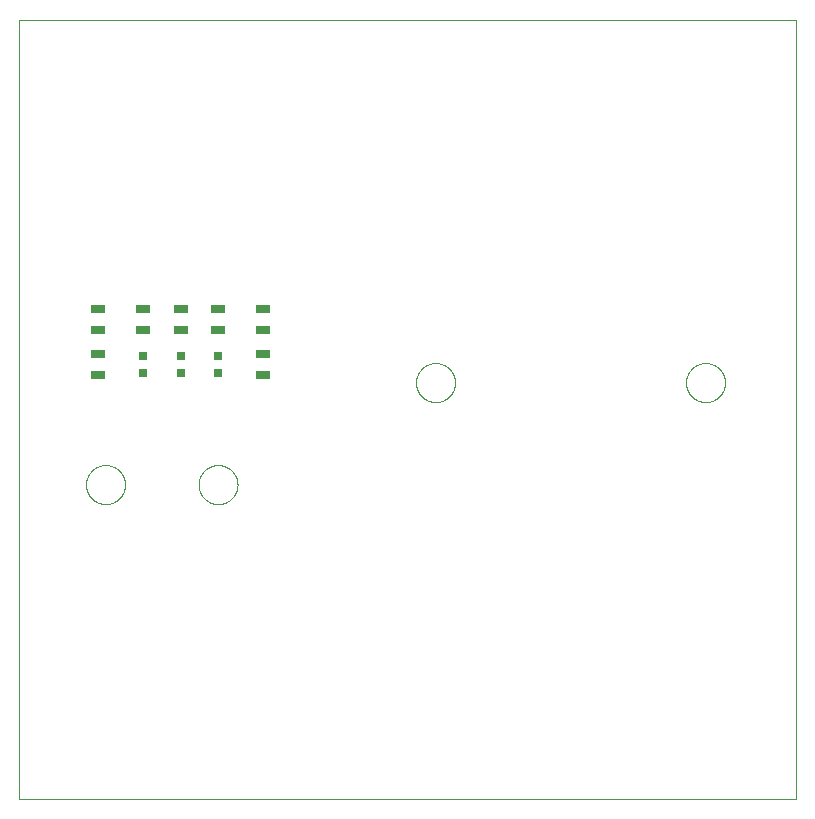
<source format=gtp>
G75*
%MOIN*%
%OFA0B0*%
%FSLAX25Y25*%
%IPPOS*%
%LPD*%
%AMOC8*
5,1,8,0,0,1.08239X$1,22.5*
%
%ADD10C,0.00000*%
%ADD11R,0.03150X0.03150*%
%ADD12R,0.04724X0.03150*%
D10*
X0003099Y0001839D02*
X0261800Y0001839D01*
X0261800Y0261800D01*
X0003099Y0261800D01*
X0003099Y0001839D01*
X0025300Y0106800D02*
X0025302Y0106961D01*
X0025308Y0107121D01*
X0025318Y0107282D01*
X0025332Y0107442D01*
X0025350Y0107602D01*
X0025371Y0107761D01*
X0025397Y0107920D01*
X0025427Y0108078D01*
X0025460Y0108235D01*
X0025498Y0108392D01*
X0025539Y0108547D01*
X0025584Y0108701D01*
X0025633Y0108854D01*
X0025686Y0109006D01*
X0025742Y0109157D01*
X0025803Y0109306D01*
X0025866Y0109454D01*
X0025934Y0109600D01*
X0026005Y0109744D01*
X0026079Y0109886D01*
X0026157Y0110027D01*
X0026239Y0110165D01*
X0026324Y0110302D01*
X0026412Y0110436D01*
X0026504Y0110568D01*
X0026599Y0110698D01*
X0026697Y0110826D01*
X0026798Y0110951D01*
X0026902Y0111073D01*
X0027009Y0111193D01*
X0027119Y0111310D01*
X0027232Y0111425D01*
X0027348Y0111536D01*
X0027467Y0111645D01*
X0027588Y0111750D01*
X0027712Y0111853D01*
X0027838Y0111953D01*
X0027966Y0112049D01*
X0028097Y0112142D01*
X0028231Y0112232D01*
X0028366Y0112319D01*
X0028504Y0112402D01*
X0028643Y0112482D01*
X0028785Y0112558D01*
X0028928Y0112631D01*
X0029073Y0112700D01*
X0029220Y0112766D01*
X0029368Y0112828D01*
X0029518Y0112886D01*
X0029669Y0112941D01*
X0029822Y0112992D01*
X0029976Y0113039D01*
X0030131Y0113082D01*
X0030287Y0113121D01*
X0030443Y0113157D01*
X0030601Y0113188D01*
X0030759Y0113216D01*
X0030918Y0113240D01*
X0031078Y0113260D01*
X0031238Y0113276D01*
X0031398Y0113288D01*
X0031559Y0113296D01*
X0031720Y0113300D01*
X0031880Y0113300D01*
X0032041Y0113296D01*
X0032202Y0113288D01*
X0032362Y0113276D01*
X0032522Y0113260D01*
X0032682Y0113240D01*
X0032841Y0113216D01*
X0032999Y0113188D01*
X0033157Y0113157D01*
X0033313Y0113121D01*
X0033469Y0113082D01*
X0033624Y0113039D01*
X0033778Y0112992D01*
X0033931Y0112941D01*
X0034082Y0112886D01*
X0034232Y0112828D01*
X0034380Y0112766D01*
X0034527Y0112700D01*
X0034672Y0112631D01*
X0034815Y0112558D01*
X0034957Y0112482D01*
X0035096Y0112402D01*
X0035234Y0112319D01*
X0035369Y0112232D01*
X0035503Y0112142D01*
X0035634Y0112049D01*
X0035762Y0111953D01*
X0035888Y0111853D01*
X0036012Y0111750D01*
X0036133Y0111645D01*
X0036252Y0111536D01*
X0036368Y0111425D01*
X0036481Y0111310D01*
X0036591Y0111193D01*
X0036698Y0111073D01*
X0036802Y0110951D01*
X0036903Y0110826D01*
X0037001Y0110698D01*
X0037096Y0110568D01*
X0037188Y0110436D01*
X0037276Y0110302D01*
X0037361Y0110165D01*
X0037443Y0110027D01*
X0037521Y0109886D01*
X0037595Y0109744D01*
X0037666Y0109600D01*
X0037734Y0109454D01*
X0037797Y0109306D01*
X0037858Y0109157D01*
X0037914Y0109006D01*
X0037967Y0108854D01*
X0038016Y0108701D01*
X0038061Y0108547D01*
X0038102Y0108392D01*
X0038140Y0108235D01*
X0038173Y0108078D01*
X0038203Y0107920D01*
X0038229Y0107761D01*
X0038250Y0107602D01*
X0038268Y0107442D01*
X0038282Y0107282D01*
X0038292Y0107121D01*
X0038298Y0106961D01*
X0038300Y0106800D01*
X0038298Y0106639D01*
X0038292Y0106479D01*
X0038282Y0106318D01*
X0038268Y0106158D01*
X0038250Y0105998D01*
X0038229Y0105839D01*
X0038203Y0105680D01*
X0038173Y0105522D01*
X0038140Y0105365D01*
X0038102Y0105208D01*
X0038061Y0105053D01*
X0038016Y0104899D01*
X0037967Y0104746D01*
X0037914Y0104594D01*
X0037858Y0104443D01*
X0037797Y0104294D01*
X0037734Y0104146D01*
X0037666Y0104000D01*
X0037595Y0103856D01*
X0037521Y0103714D01*
X0037443Y0103573D01*
X0037361Y0103435D01*
X0037276Y0103298D01*
X0037188Y0103164D01*
X0037096Y0103032D01*
X0037001Y0102902D01*
X0036903Y0102774D01*
X0036802Y0102649D01*
X0036698Y0102527D01*
X0036591Y0102407D01*
X0036481Y0102290D01*
X0036368Y0102175D01*
X0036252Y0102064D01*
X0036133Y0101955D01*
X0036012Y0101850D01*
X0035888Y0101747D01*
X0035762Y0101647D01*
X0035634Y0101551D01*
X0035503Y0101458D01*
X0035369Y0101368D01*
X0035234Y0101281D01*
X0035096Y0101198D01*
X0034957Y0101118D01*
X0034815Y0101042D01*
X0034672Y0100969D01*
X0034527Y0100900D01*
X0034380Y0100834D01*
X0034232Y0100772D01*
X0034082Y0100714D01*
X0033931Y0100659D01*
X0033778Y0100608D01*
X0033624Y0100561D01*
X0033469Y0100518D01*
X0033313Y0100479D01*
X0033157Y0100443D01*
X0032999Y0100412D01*
X0032841Y0100384D01*
X0032682Y0100360D01*
X0032522Y0100340D01*
X0032362Y0100324D01*
X0032202Y0100312D01*
X0032041Y0100304D01*
X0031880Y0100300D01*
X0031720Y0100300D01*
X0031559Y0100304D01*
X0031398Y0100312D01*
X0031238Y0100324D01*
X0031078Y0100340D01*
X0030918Y0100360D01*
X0030759Y0100384D01*
X0030601Y0100412D01*
X0030443Y0100443D01*
X0030287Y0100479D01*
X0030131Y0100518D01*
X0029976Y0100561D01*
X0029822Y0100608D01*
X0029669Y0100659D01*
X0029518Y0100714D01*
X0029368Y0100772D01*
X0029220Y0100834D01*
X0029073Y0100900D01*
X0028928Y0100969D01*
X0028785Y0101042D01*
X0028643Y0101118D01*
X0028504Y0101198D01*
X0028366Y0101281D01*
X0028231Y0101368D01*
X0028097Y0101458D01*
X0027966Y0101551D01*
X0027838Y0101647D01*
X0027712Y0101747D01*
X0027588Y0101850D01*
X0027467Y0101955D01*
X0027348Y0102064D01*
X0027232Y0102175D01*
X0027119Y0102290D01*
X0027009Y0102407D01*
X0026902Y0102527D01*
X0026798Y0102649D01*
X0026697Y0102774D01*
X0026599Y0102902D01*
X0026504Y0103032D01*
X0026412Y0103164D01*
X0026324Y0103298D01*
X0026239Y0103435D01*
X0026157Y0103573D01*
X0026079Y0103714D01*
X0026005Y0103856D01*
X0025934Y0104000D01*
X0025866Y0104146D01*
X0025803Y0104294D01*
X0025742Y0104443D01*
X0025686Y0104594D01*
X0025633Y0104746D01*
X0025584Y0104899D01*
X0025539Y0105053D01*
X0025498Y0105208D01*
X0025460Y0105365D01*
X0025427Y0105522D01*
X0025397Y0105680D01*
X0025371Y0105839D01*
X0025350Y0105998D01*
X0025332Y0106158D01*
X0025318Y0106318D01*
X0025308Y0106479D01*
X0025302Y0106639D01*
X0025300Y0106800D01*
X0062800Y0106800D02*
X0062802Y0106961D01*
X0062808Y0107121D01*
X0062818Y0107282D01*
X0062832Y0107442D01*
X0062850Y0107602D01*
X0062871Y0107761D01*
X0062897Y0107920D01*
X0062927Y0108078D01*
X0062960Y0108235D01*
X0062998Y0108392D01*
X0063039Y0108547D01*
X0063084Y0108701D01*
X0063133Y0108854D01*
X0063186Y0109006D01*
X0063242Y0109157D01*
X0063303Y0109306D01*
X0063366Y0109454D01*
X0063434Y0109600D01*
X0063505Y0109744D01*
X0063579Y0109886D01*
X0063657Y0110027D01*
X0063739Y0110165D01*
X0063824Y0110302D01*
X0063912Y0110436D01*
X0064004Y0110568D01*
X0064099Y0110698D01*
X0064197Y0110826D01*
X0064298Y0110951D01*
X0064402Y0111073D01*
X0064509Y0111193D01*
X0064619Y0111310D01*
X0064732Y0111425D01*
X0064848Y0111536D01*
X0064967Y0111645D01*
X0065088Y0111750D01*
X0065212Y0111853D01*
X0065338Y0111953D01*
X0065466Y0112049D01*
X0065597Y0112142D01*
X0065731Y0112232D01*
X0065866Y0112319D01*
X0066004Y0112402D01*
X0066143Y0112482D01*
X0066285Y0112558D01*
X0066428Y0112631D01*
X0066573Y0112700D01*
X0066720Y0112766D01*
X0066868Y0112828D01*
X0067018Y0112886D01*
X0067169Y0112941D01*
X0067322Y0112992D01*
X0067476Y0113039D01*
X0067631Y0113082D01*
X0067787Y0113121D01*
X0067943Y0113157D01*
X0068101Y0113188D01*
X0068259Y0113216D01*
X0068418Y0113240D01*
X0068578Y0113260D01*
X0068738Y0113276D01*
X0068898Y0113288D01*
X0069059Y0113296D01*
X0069220Y0113300D01*
X0069380Y0113300D01*
X0069541Y0113296D01*
X0069702Y0113288D01*
X0069862Y0113276D01*
X0070022Y0113260D01*
X0070182Y0113240D01*
X0070341Y0113216D01*
X0070499Y0113188D01*
X0070657Y0113157D01*
X0070813Y0113121D01*
X0070969Y0113082D01*
X0071124Y0113039D01*
X0071278Y0112992D01*
X0071431Y0112941D01*
X0071582Y0112886D01*
X0071732Y0112828D01*
X0071880Y0112766D01*
X0072027Y0112700D01*
X0072172Y0112631D01*
X0072315Y0112558D01*
X0072457Y0112482D01*
X0072596Y0112402D01*
X0072734Y0112319D01*
X0072869Y0112232D01*
X0073003Y0112142D01*
X0073134Y0112049D01*
X0073262Y0111953D01*
X0073388Y0111853D01*
X0073512Y0111750D01*
X0073633Y0111645D01*
X0073752Y0111536D01*
X0073868Y0111425D01*
X0073981Y0111310D01*
X0074091Y0111193D01*
X0074198Y0111073D01*
X0074302Y0110951D01*
X0074403Y0110826D01*
X0074501Y0110698D01*
X0074596Y0110568D01*
X0074688Y0110436D01*
X0074776Y0110302D01*
X0074861Y0110165D01*
X0074943Y0110027D01*
X0075021Y0109886D01*
X0075095Y0109744D01*
X0075166Y0109600D01*
X0075234Y0109454D01*
X0075297Y0109306D01*
X0075358Y0109157D01*
X0075414Y0109006D01*
X0075467Y0108854D01*
X0075516Y0108701D01*
X0075561Y0108547D01*
X0075602Y0108392D01*
X0075640Y0108235D01*
X0075673Y0108078D01*
X0075703Y0107920D01*
X0075729Y0107761D01*
X0075750Y0107602D01*
X0075768Y0107442D01*
X0075782Y0107282D01*
X0075792Y0107121D01*
X0075798Y0106961D01*
X0075800Y0106800D01*
X0075798Y0106639D01*
X0075792Y0106479D01*
X0075782Y0106318D01*
X0075768Y0106158D01*
X0075750Y0105998D01*
X0075729Y0105839D01*
X0075703Y0105680D01*
X0075673Y0105522D01*
X0075640Y0105365D01*
X0075602Y0105208D01*
X0075561Y0105053D01*
X0075516Y0104899D01*
X0075467Y0104746D01*
X0075414Y0104594D01*
X0075358Y0104443D01*
X0075297Y0104294D01*
X0075234Y0104146D01*
X0075166Y0104000D01*
X0075095Y0103856D01*
X0075021Y0103714D01*
X0074943Y0103573D01*
X0074861Y0103435D01*
X0074776Y0103298D01*
X0074688Y0103164D01*
X0074596Y0103032D01*
X0074501Y0102902D01*
X0074403Y0102774D01*
X0074302Y0102649D01*
X0074198Y0102527D01*
X0074091Y0102407D01*
X0073981Y0102290D01*
X0073868Y0102175D01*
X0073752Y0102064D01*
X0073633Y0101955D01*
X0073512Y0101850D01*
X0073388Y0101747D01*
X0073262Y0101647D01*
X0073134Y0101551D01*
X0073003Y0101458D01*
X0072869Y0101368D01*
X0072734Y0101281D01*
X0072596Y0101198D01*
X0072457Y0101118D01*
X0072315Y0101042D01*
X0072172Y0100969D01*
X0072027Y0100900D01*
X0071880Y0100834D01*
X0071732Y0100772D01*
X0071582Y0100714D01*
X0071431Y0100659D01*
X0071278Y0100608D01*
X0071124Y0100561D01*
X0070969Y0100518D01*
X0070813Y0100479D01*
X0070657Y0100443D01*
X0070499Y0100412D01*
X0070341Y0100384D01*
X0070182Y0100360D01*
X0070022Y0100340D01*
X0069862Y0100324D01*
X0069702Y0100312D01*
X0069541Y0100304D01*
X0069380Y0100300D01*
X0069220Y0100300D01*
X0069059Y0100304D01*
X0068898Y0100312D01*
X0068738Y0100324D01*
X0068578Y0100340D01*
X0068418Y0100360D01*
X0068259Y0100384D01*
X0068101Y0100412D01*
X0067943Y0100443D01*
X0067787Y0100479D01*
X0067631Y0100518D01*
X0067476Y0100561D01*
X0067322Y0100608D01*
X0067169Y0100659D01*
X0067018Y0100714D01*
X0066868Y0100772D01*
X0066720Y0100834D01*
X0066573Y0100900D01*
X0066428Y0100969D01*
X0066285Y0101042D01*
X0066143Y0101118D01*
X0066004Y0101198D01*
X0065866Y0101281D01*
X0065731Y0101368D01*
X0065597Y0101458D01*
X0065466Y0101551D01*
X0065338Y0101647D01*
X0065212Y0101747D01*
X0065088Y0101850D01*
X0064967Y0101955D01*
X0064848Y0102064D01*
X0064732Y0102175D01*
X0064619Y0102290D01*
X0064509Y0102407D01*
X0064402Y0102527D01*
X0064298Y0102649D01*
X0064197Y0102774D01*
X0064099Y0102902D01*
X0064004Y0103032D01*
X0063912Y0103164D01*
X0063824Y0103298D01*
X0063739Y0103435D01*
X0063657Y0103573D01*
X0063579Y0103714D01*
X0063505Y0103856D01*
X0063434Y0104000D01*
X0063366Y0104146D01*
X0063303Y0104294D01*
X0063242Y0104443D01*
X0063186Y0104594D01*
X0063133Y0104746D01*
X0063084Y0104899D01*
X0063039Y0105053D01*
X0062998Y0105208D01*
X0062960Y0105365D01*
X0062927Y0105522D01*
X0062897Y0105680D01*
X0062871Y0105839D01*
X0062850Y0105998D01*
X0062832Y0106158D01*
X0062818Y0106318D01*
X0062808Y0106479D01*
X0062802Y0106639D01*
X0062800Y0106800D01*
X0135300Y0140800D02*
X0135302Y0140961D01*
X0135308Y0141121D01*
X0135318Y0141282D01*
X0135332Y0141442D01*
X0135350Y0141602D01*
X0135371Y0141761D01*
X0135397Y0141920D01*
X0135427Y0142078D01*
X0135460Y0142235D01*
X0135498Y0142392D01*
X0135539Y0142547D01*
X0135584Y0142701D01*
X0135633Y0142854D01*
X0135686Y0143006D01*
X0135742Y0143157D01*
X0135803Y0143306D01*
X0135866Y0143454D01*
X0135934Y0143600D01*
X0136005Y0143744D01*
X0136079Y0143886D01*
X0136157Y0144027D01*
X0136239Y0144165D01*
X0136324Y0144302D01*
X0136412Y0144436D01*
X0136504Y0144568D01*
X0136599Y0144698D01*
X0136697Y0144826D01*
X0136798Y0144951D01*
X0136902Y0145073D01*
X0137009Y0145193D01*
X0137119Y0145310D01*
X0137232Y0145425D01*
X0137348Y0145536D01*
X0137467Y0145645D01*
X0137588Y0145750D01*
X0137712Y0145853D01*
X0137838Y0145953D01*
X0137966Y0146049D01*
X0138097Y0146142D01*
X0138231Y0146232D01*
X0138366Y0146319D01*
X0138504Y0146402D01*
X0138643Y0146482D01*
X0138785Y0146558D01*
X0138928Y0146631D01*
X0139073Y0146700D01*
X0139220Y0146766D01*
X0139368Y0146828D01*
X0139518Y0146886D01*
X0139669Y0146941D01*
X0139822Y0146992D01*
X0139976Y0147039D01*
X0140131Y0147082D01*
X0140287Y0147121D01*
X0140443Y0147157D01*
X0140601Y0147188D01*
X0140759Y0147216D01*
X0140918Y0147240D01*
X0141078Y0147260D01*
X0141238Y0147276D01*
X0141398Y0147288D01*
X0141559Y0147296D01*
X0141720Y0147300D01*
X0141880Y0147300D01*
X0142041Y0147296D01*
X0142202Y0147288D01*
X0142362Y0147276D01*
X0142522Y0147260D01*
X0142682Y0147240D01*
X0142841Y0147216D01*
X0142999Y0147188D01*
X0143157Y0147157D01*
X0143313Y0147121D01*
X0143469Y0147082D01*
X0143624Y0147039D01*
X0143778Y0146992D01*
X0143931Y0146941D01*
X0144082Y0146886D01*
X0144232Y0146828D01*
X0144380Y0146766D01*
X0144527Y0146700D01*
X0144672Y0146631D01*
X0144815Y0146558D01*
X0144957Y0146482D01*
X0145096Y0146402D01*
X0145234Y0146319D01*
X0145369Y0146232D01*
X0145503Y0146142D01*
X0145634Y0146049D01*
X0145762Y0145953D01*
X0145888Y0145853D01*
X0146012Y0145750D01*
X0146133Y0145645D01*
X0146252Y0145536D01*
X0146368Y0145425D01*
X0146481Y0145310D01*
X0146591Y0145193D01*
X0146698Y0145073D01*
X0146802Y0144951D01*
X0146903Y0144826D01*
X0147001Y0144698D01*
X0147096Y0144568D01*
X0147188Y0144436D01*
X0147276Y0144302D01*
X0147361Y0144165D01*
X0147443Y0144027D01*
X0147521Y0143886D01*
X0147595Y0143744D01*
X0147666Y0143600D01*
X0147734Y0143454D01*
X0147797Y0143306D01*
X0147858Y0143157D01*
X0147914Y0143006D01*
X0147967Y0142854D01*
X0148016Y0142701D01*
X0148061Y0142547D01*
X0148102Y0142392D01*
X0148140Y0142235D01*
X0148173Y0142078D01*
X0148203Y0141920D01*
X0148229Y0141761D01*
X0148250Y0141602D01*
X0148268Y0141442D01*
X0148282Y0141282D01*
X0148292Y0141121D01*
X0148298Y0140961D01*
X0148300Y0140800D01*
X0148298Y0140639D01*
X0148292Y0140479D01*
X0148282Y0140318D01*
X0148268Y0140158D01*
X0148250Y0139998D01*
X0148229Y0139839D01*
X0148203Y0139680D01*
X0148173Y0139522D01*
X0148140Y0139365D01*
X0148102Y0139208D01*
X0148061Y0139053D01*
X0148016Y0138899D01*
X0147967Y0138746D01*
X0147914Y0138594D01*
X0147858Y0138443D01*
X0147797Y0138294D01*
X0147734Y0138146D01*
X0147666Y0138000D01*
X0147595Y0137856D01*
X0147521Y0137714D01*
X0147443Y0137573D01*
X0147361Y0137435D01*
X0147276Y0137298D01*
X0147188Y0137164D01*
X0147096Y0137032D01*
X0147001Y0136902D01*
X0146903Y0136774D01*
X0146802Y0136649D01*
X0146698Y0136527D01*
X0146591Y0136407D01*
X0146481Y0136290D01*
X0146368Y0136175D01*
X0146252Y0136064D01*
X0146133Y0135955D01*
X0146012Y0135850D01*
X0145888Y0135747D01*
X0145762Y0135647D01*
X0145634Y0135551D01*
X0145503Y0135458D01*
X0145369Y0135368D01*
X0145234Y0135281D01*
X0145096Y0135198D01*
X0144957Y0135118D01*
X0144815Y0135042D01*
X0144672Y0134969D01*
X0144527Y0134900D01*
X0144380Y0134834D01*
X0144232Y0134772D01*
X0144082Y0134714D01*
X0143931Y0134659D01*
X0143778Y0134608D01*
X0143624Y0134561D01*
X0143469Y0134518D01*
X0143313Y0134479D01*
X0143157Y0134443D01*
X0142999Y0134412D01*
X0142841Y0134384D01*
X0142682Y0134360D01*
X0142522Y0134340D01*
X0142362Y0134324D01*
X0142202Y0134312D01*
X0142041Y0134304D01*
X0141880Y0134300D01*
X0141720Y0134300D01*
X0141559Y0134304D01*
X0141398Y0134312D01*
X0141238Y0134324D01*
X0141078Y0134340D01*
X0140918Y0134360D01*
X0140759Y0134384D01*
X0140601Y0134412D01*
X0140443Y0134443D01*
X0140287Y0134479D01*
X0140131Y0134518D01*
X0139976Y0134561D01*
X0139822Y0134608D01*
X0139669Y0134659D01*
X0139518Y0134714D01*
X0139368Y0134772D01*
X0139220Y0134834D01*
X0139073Y0134900D01*
X0138928Y0134969D01*
X0138785Y0135042D01*
X0138643Y0135118D01*
X0138504Y0135198D01*
X0138366Y0135281D01*
X0138231Y0135368D01*
X0138097Y0135458D01*
X0137966Y0135551D01*
X0137838Y0135647D01*
X0137712Y0135747D01*
X0137588Y0135850D01*
X0137467Y0135955D01*
X0137348Y0136064D01*
X0137232Y0136175D01*
X0137119Y0136290D01*
X0137009Y0136407D01*
X0136902Y0136527D01*
X0136798Y0136649D01*
X0136697Y0136774D01*
X0136599Y0136902D01*
X0136504Y0137032D01*
X0136412Y0137164D01*
X0136324Y0137298D01*
X0136239Y0137435D01*
X0136157Y0137573D01*
X0136079Y0137714D01*
X0136005Y0137856D01*
X0135934Y0138000D01*
X0135866Y0138146D01*
X0135803Y0138294D01*
X0135742Y0138443D01*
X0135686Y0138594D01*
X0135633Y0138746D01*
X0135584Y0138899D01*
X0135539Y0139053D01*
X0135498Y0139208D01*
X0135460Y0139365D01*
X0135427Y0139522D01*
X0135397Y0139680D01*
X0135371Y0139839D01*
X0135350Y0139998D01*
X0135332Y0140158D01*
X0135318Y0140318D01*
X0135308Y0140479D01*
X0135302Y0140639D01*
X0135300Y0140800D01*
X0225300Y0140800D02*
X0225302Y0140961D01*
X0225308Y0141121D01*
X0225318Y0141282D01*
X0225332Y0141442D01*
X0225350Y0141602D01*
X0225371Y0141761D01*
X0225397Y0141920D01*
X0225427Y0142078D01*
X0225460Y0142235D01*
X0225498Y0142392D01*
X0225539Y0142547D01*
X0225584Y0142701D01*
X0225633Y0142854D01*
X0225686Y0143006D01*
X0225742Y0143157D01*
X0225803Y0143306D01*
X0225866Y0143454D01*
X0225934Y0143600D01*
X0226005Y0143744D01*
X0226079Y0143886D01*
X0226157Y0144027D01*
X0226239Y0144165D01*
X0226324Y0144302D01*
X0226412Y0144436D01*
X0226504Y0144568D01*
X0226599Y0144698D01*
X0226697Y0144826D01*
X0226798Y0144951D01*
X0226902Y0145073D01*
X0227009Y0145193D01*
X0227119Y0145310D01*
X0227232Y0145425D01*
X0227348Y0145536D01*
X0227467Y0145645D01*
X0227588Y0145750D01*
X0227712Y0145853D01*
X0227838Y0145953D01*
X0227966Y0146049D01*
X0228097Y0146142D01*
X0228231Y0146232D01*
X0228366Y0146319D01*
X0228504Y0146402D01*
X0228643Y0146482D01*
X0228785Y0146558D01*
X0228928Y0146631D01*
X0229073Y0146700D01*
X0229220Y0146766D01*
X0229368Y0146828D01*
X0229518Y0146886D01*
X0229669Y0146941D01*
X0229822Y0146992D01*
X0229976Y0147039D01*
X0230131Y0147082D01*
X0230287Y0147121D01*
X0230443Y0147157D01*
X0230601Y0147188D01*
X0230759Y0147216D01*
X0230918Y0147240D01*
X0231078Y0147260D01*
X0231238Y0147276D01*
X0231398Y0147288D01*
X0231559Y0147296D01*
X0231720Y0147300D01*
X0231880Y0147300D01*
X0232041Y0147296D01*
X0232202Y0147288D01*
X0232362Y0147276D01*
X0232522Y0147260D01*
X0232682Y0147240D01*
X0232841Y0147216D01*
X0232999Y0147188D01*
X0233157Y0147157D01*
X0233313Y0147121D01*
X0233469Y0147082D01*
X0233624Y0147039D01*
X0233778Y0146992D01*
X0233931Y0146941D01*
X0234082Y0146886D01*
X0234232Y0146828D01*
X0234380Y0146766D01*
X0234527Y0146700D01*
X0234672Y0146631D01*
X0234815Y0146558D01*
X0234957Y0146482D01*
X0235096Y0146402D01*
X0235234Y0146319D01*
X0235369Y0146232D01*
X0235503Y0146142D01*
X0235634Y0146049D01*
X0235762Y0145953D01*
X0235888Y0145853D01*
X0236012Y0145750D01*
X0236133Y0145645D01*
X0236252Y0145536D01*
X0236368Y0145425D01*
X0236481Y0145310D01*
X0236591Y0145193D01*
X0236698Y0145073D01*
X0236802Y0144951D01*
X0236903Y0144826D01*
X0237001Y0144698D01*
X0237096Y0144568D01*
X0237188Y0144436D01*
X0237276Y0144302D01*
X0237361Y0144165D01*
X0237443Y0144027D01*
X0237521Y0143886D01*
X0237595Y0143744D01*
X0237666Y0143600D01*
X0237734Y0143454D01*
X0237797Y0143306D01*
X0237858Y0143157D01*
X0237914Y0143006D01*
X0237967Y0142854D01*
X0238016Y0142701D01*
X0238061Y0142547D01*
X0238102Y0142392D01*
X0238140Y0142235D01*
X0238173Y0142078D01*
X0238203Y0141920D01*
X0238229Y0141761D01*
X0238250Y0141602D01*
X0238268Y0141442D01*
X0238282Y0141282D01*
X0238292Y0141121D01*
X0238298Y0140961D01*
X0238300Y0140800D01*
X0238298Y0140639D01*
X0238292Y0140479D01*
X0238282Y0140318D01*
X0238268Y0140158D01*
X0238250Y0139998D01*
X0238229Y0139839D01*
X0238203Y0139680D01*
X0238173Y0139522D01*
X0238140Y0139365D01*
X0238102Y0139208D01*
X0238061Y0139053D01*
X0238016Y0138899D01*
X0237967Y0138746D01*
X0237914Y0138594D01*
X0237858Y0138443D01*
X0237797Y0138294D01*
X0237734Y0138146D01*
X0237666Y0138000D01*
X0237595Y0137856D01*
X0237521Y0137714D01*
X0237443Y0137573D01*
X0237361Y0137435D01*
X0237276Y0137298D01*
X0237188Y0137164D01*
X0237096Y0137032D01*
X0237001Y0136902D01*
X0236903Y0136774D01*
X0236802Y0136649D01*
X0236698Y0136527D01*
X0236591Y0136407D01*
X0236481Y0136290D01*
X0236368Y0136175D01*
X0236252Y0136064D01*
X0236133Y0135955D01*
X0236012Y0135850D01*
X0235888Y0135747D01*
X0235762Y0135647D01*
X0235634Y0135551D01*
X0235503Y0135458D01*
X0235369Y0135368D01*
X0235234Y0135281D01*
X0235096Y0135198D01*
X0234957Y0135118D01*
X0234815Y0135042D01*
X0234672Y0134969D01*
X0234527Y0134900D01*
X0234380Y0134834D01*
X0234232Y0134772D01*
X0234082Y0134714D01*
X0233931Y0134659D01*
X0233778Y0134608D01*
X0233624Y0134561D01*
X0233469Y0134518D01*
X0233313Y0134479D01*
X0233157Y0134443D01*
X0232999Y0134412D01*
X0232841Y0134384D01*
X0232682Y0134360D01*
X0232522Y0134340D01*
X0232362Y0134324D01*
X0232202Y0134312D01*
X0232041Y0134304D01*
X0231880Y0134300D01*
X0231720Y0134300D01*
X0231559Y0134304D01*
X0231398Y0134312D01*
X0231238Y0134324D01*
X0231078Y0134340D01*
X0230918Y0134360D01*
X0230759Y0134384D01*
X0230601Y0134412D01*
X0230443Y0134443D01*
X0230287Y0134479D01*
X0230131Y0134518D01*
X0229976Y0134561D01*
X0229822Y0134608D01*
X0229669Y0134659D01*
X0229518Y0134714D01*
X0229368Y0134772D01*
X0229220Y0134834D01*
X0229073Y0134900D01*
X0228928Y0134969D01*
X0228785Y0135042D01*
X0228643Y0135118D01*
X0228504Y0135198D01*
X0228366Y0135281D01*
X0228231Y0135368D01*
X0228097Y0135458D01*
X0227966Y0135551D01*
X0227838Y0135647D01*
X0227712Y0135747D01*
X0227588Y0135850D01*
X0227467Y0135955D01*
X0227348Y0136064D01*
X0227232Y0136175D01*
X0227119Y0136290D01*
X0227009Y0136407D01*
X0226902Y0136527D01*
X0226798Y0136649D01*
X0226697Y0136774D01*
X0226599Y0136902D01*
X0226504Y0137032D01*
X0226412Y0137164D01*
X0226324Y0137298D01*
X0226239Y0137435D01*
X0226157Y0137573D01*
X0226079Y0137714D01*
X0226005Y0137856D01*
X0225934Y0138000D01*
X0225866Y0138146D01*
X0225803Y0138294D01*
X0225742Y0138443D01*
X0225686Y0138594D01*
X0225633Y0138746D01*
X0225584Y0138899D01*
X0225539Y0139053D01*
X0225498Y0139208D01*
X0225460Y0139365D01*
X0225427Y0139522D01*
X0225397Y0139680D01*
X0225371Y0139839D01*
X0225350Y0139998D01*
X0225332Y0140158D01*
X0225318Y0140318D01*
X0225308Y0140479D01*
X0225302Y0140639D01*
X0225300Y0140800D01*
D11*
X0069300Y0143847D03*
X0069300Y0149753D03*
X0056800Y0149753D03*
X0056800Y0143847D03*
X0044300Y0143847D03*
X0044300Y0149753D03*
D12*
X0044300Y0158257D03*
X0044300Y0165343D03*
X0056800Y0165343D03*
X0056800Y0158257D03*
X0069300Y0158257D03*
X0069300Y0165343D03*
X0084300Y0165343D03*
X0084300Y0158257D03*
X0084300Y0150343D03*
X0084300Y0143257D03*
X0029300Y0143257D03*
X0029300Y0150343D03*
X0029300Y0158257D03*
X0029300Y0165343D03*
M02*

</source>
